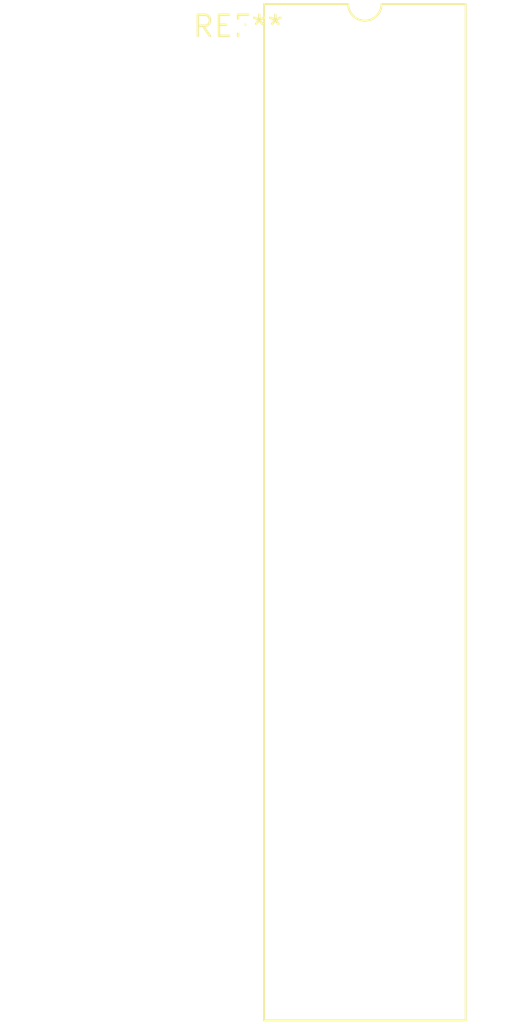
<source format=kicad_pcb>
(kicad_pcb (version 20240108) (generator pcbnew)
  (layers (0 "F.Cu" signal) (31 "B.Cu" signal) (34 "B.Paste" user) (35 "F.Paste" user) (36 "B.SilkS" user "B.Silkscreen") (37 "F.SilkS" user "F.Silkscreen") (38 "B.Mask" user) (39 "F.Mask" user) (44 "Edge.Cuts" user))
  (net 0 "")
  (footprint "DIP-48_W15.24mm_LongPads" (layer "F.Cu") (at 0 0)
    (property "Reference" "REF**")
    (property "Value" "DIP-48_W15.24mm_LongPads")
    (fp_line (start 1.56 -1.33) (end 1.56 59.75) (layer "F.SilkS") (stroke (width 0.12)))
    (fp_line (start 1.56 59.75) (end 13.68 59.75) (layer "F.SilkS") (stroke (width 0.12)))
    (fp_line (start 6.62 -1.33) (end 1.56 -1.33) (layer "F.SilkS") (stroke (width 0.12)))
    (fp_line (start 13.68 -1.33) (end 8.62 -1.33) (layer "F.SilkS") (stroke (width 0.12)))
    (fp_line (start 13.68 59.75) (end 13.68 -1.33) (layer "F.SilkS") (stroke (width 0.12)))
    (fp_arc (start 8.62 -1.33) (mid 7.62 -0.33) (end 6.62 -1.33) (layer "F.SilkS") (stroke (width 0.12)))
    (pad "1" thru_hole rect (at 0 0) (size 2.4 1.6) (drill 0.8) (layers *.Cu *.Mask) (remove_unused_layers))
    (pad "2" thru_hole oval (at 0 2.54) (size 2.4 1.6) (drill 0.8) (layers *.Cu *.Mask) (remove_unused_layers))
    (pad "3" thru_hole oval (at 0 5.08) (size 2.4 1.6) (drill 0.8) (layers *.Cu *.Mask) (remove_unused_layers))
    (pad "4" thru_hole oval (at 0 7.62) (size 2.4 1.6) (drill 0.8) (layers *.Cu *.Mask) (remove_unused_layers))
    (pad "5" thru_hole oval (at 0 10.16) (size 2.4 1.6) (drill 0.8) (layers *.Cu *.Mask) (remove_unused_layers))
    (pad "6" thru_hole oval (at 0 12.7) (size 2.4 1.6) (drill 0.8) (layers *.Cu *.Mask) (remove_unused_layers))
    (pad "7" thru_hole oval (at 0 15.24) (size 2.4 1.6) (drill 0.8) (layers *.Cu *.Mask) (remove_unused_layers))
    (pad "8" thru_hole oval (at 0 17.78) (size 2.4 1.6) (drill 0.8) (layers *.Cu *.Mask) (remove_unused_layers))
    (pad "9" thru_hole oval (at 0 20.32) (size 2.4 1.6) (drill 0.8) (layers *.Cu *.Mask) (remove_unused_layers))
    (pad "10" thru_hole oval (at 0 22.86) (size 2.4 1.6) (drill 0.8) (layers *.Cu *.Mask) (remove_unused_layers))
    (pad "11" thru_hole oval (at 0 25.4) (size 2.4 1.6) (drill 0.8) (layers *.Cu *.Mask) (remove_unused_layers))
    (pad "12" thru_hole oval (at 0 27.94) (size 2.4 1.6) (drill 0.8) (layers *.Cu *.Mask) (remove_unused_layers))
    (pad "13" thru_hole oval (at 0 30.48) (size 2.4 1.6) (drill 0.8) (layers *.Cu *.Mask) (remove_unused_layers))
    (pad "14" thru_hole oval (at 0 33.02) (size 2.4 1.6) (drill 0.8) (layers *.Cu *.Mask) (remove_unused_layers))
    (pad "15" thru_hole oval (at 0 35.56) (size 2.4 1.6) (drill 0.8) (layers *.Cu *.Mask) (remove_unused_layers))
    (pad "16" thru_hole oval (at 0 38.1) (size 2.4 1.6) (drill 0.8) (layers *.Cu *.Mask) (remove_unused_layers))
    (pad "17" thru_hole oval (at 0 40.64) (size 2.4 1.6) (drill 0.8) (layers *.Cu *.Mask) (remove_unused_layers))
    (pad "18" thru_hole oval (at 0 43.18) (size 2.4 1.6) (drill 0.8) (layers *.Cu *.Mask) (remove_unused_layers))
    (pad "19" thru_hole oval (at 0 45.72) (size 2.4 1.6) (drill 0.8) (layers *.Cu *.Mask) (remove_unused_layers))
    (pad "20" thru_hole oval (at 0 48.26) (size 2.4 1.6) (drill 0.8) (layers *.Cu *.Mask) (remove_unused_layers))
    (pad "21" thru_hole oval (at 0 50.8) (size 2.4 1.6) (drill 0.8) (layers *.Cu *.Mask) (remove_unused_layers))
    (pad "22" thru_hole oval (at 0 53.34) (size 2.4 1.6) (drill 0.8) (layers *.Cu *.Mask) (remove_unused_layers))
    (pad "23" thru_hole oval (at 0 55.88) (size 2.4 1.6) (drill 0.8) (layers *.Cu *.Mask) (remove_unused_layers))
    (pad "24" thru_hole oval (at 0 58.42) (size 2.4 1.6) (drill 0.8) (layers *.Cu *.Mask) (remove_unused_layers))
    (pad "25" thru_hole oval (at 15.24 58.42) (size 2.4 1.6) (drill 0.8) (layers *.Cu *.Mask) (remove_unused_layers))
    (pad "26" thru_hole oval (at 15.24 55.88) (size 2.4 1.6) (drill 0.8) (layers *.Cu *.Mask) (remove_unused_layers))
    (pad "27" thru_hole oval (at 15.24 53.34) (size 2.4 1.6) (drill 0.8) (layers *.Cu *.Mask) (remove_unused_layers))
    (pad "28" thru_hole oval (at 15.24 50.8) (size 2.4 1.6) (drill 0.8) (layers *.Cu *.Mask) (remove_unused_layers))
    (pad "29" thru_hole oval (at 15.24 48.26) (size 2.4 1.6) (drill 0.8) (layers *.Cu *.Mask) (remove_unused_layers))
    (pad "30" thru_hole oval (at 15.24 45.72) (size 2.4 1.6) (drill 0.8) (layers *.Cu *.Mask) (remove_unused_layers))
    (pad "31" thru_hole oval (at 15.24 43.18) (size 2.4 1.6) (drill 0.8) (layers *.Cu *.Mask) (remove_unused_layers))
    (pad "32" thru_hole oval (at 15.24 40.64) (size 2.4 1.6) (drill 0.8) (layers *.Cu *.Mask) (remove_unused_layers))
    (pad "33" thru_hole oval (at 15.24 38.1) (size 2.4 1.6) (drill 0.8) (layers *.Cu *.Mask) (remove_unused_layers))
    (pad "34" thru_hole oval (at 15.24 35.56) (size 2.4 1.6) (drill 0.8) (layers *.Cu *.Mask) (remove_unused_layers))
    (pad "35" thru_hole oval (at 15.24 33.02) (size 2.4 1.6) (drill 0.8) (layers *.Cu *.Mask) (remove_unused_layers))
    (pad "36" thru_hole oval (at 15.24 30.48) (size 2.4 1.6) (drill 0.8) (layers *.Cu *.Mask) (remove_unused_layers))
    (pad "37" thru_hole oval (at 15.24 27.94) (size 2.4 1.6) (drill 0.8) (layers *.Cu *.Mask) (remove_unused_layers))
    (pad "38" thru_hole oval (at 15.24 25.4) (size 2.4 1.6) (drill 0.8) (layers *.Cu *.Mask) (remove_unused_layers))
    (pad "39" thru_hole oval (at 15.24 22.86) (size 2.4 1.6) (drill 0.8) (layers *.Cu *.Mask) (remove_unused_layers))
    (pad "40" thru_hole oval (at 15.24 20.32) (size 2.4 1.6) (drill 0.8) (layers *.Cu *.Mask) (remove_unused_layers))
    (pad "41" thru_hole oval (at 15.24 17.78) (size 2.4 1.6) (drill 0.8) (layers *.Cu *.Mask) (remove_unused_layers))
    (pad "42" thru_hole oval (at 15.24 15.24) (size 2.4 1.6) (drill 0.8) (layers *.Cu *.Mask) (remove_unused_layers))
    (pad "43" thru_hole oval (at 15.24 12.7) (size 2.4 1.6) (drill 0.8) (layers *.Cu *.Mask) (remove_unused_layers))
    (pad "44" thru_hole oval (at 15.24 10.16) (size 2.4 1.6) (drill 0.8) (layers *.Cu *.Mask) (remove_unused_layers))
    (pad "45" thru_hole oval (at 15.24 7.62) (size 2.4 1.6) (drill 0.8) (layers *.Cu *.Mask) (remove_unused_layers))
    (pad "46" thru_hole oval (at 15.24 5.08) (size 2.4 1.6) (drill 0.8) (layers *.Cu *.Mask) (remove_unused_layers))
    (pad "47" thru_hole oval (at 15.24 2.54) (size 2.4 1.6) (drill 0.8) (layers *.Cu *.Mask) (remove_unused_layers))
    (pad "48" thru_hole oval (at 15.24 0) (size 2.4 1.6) (drill 0.8) (layers *.Cu *.Mask) (remove_unused_layers))
  )
)
</source>
